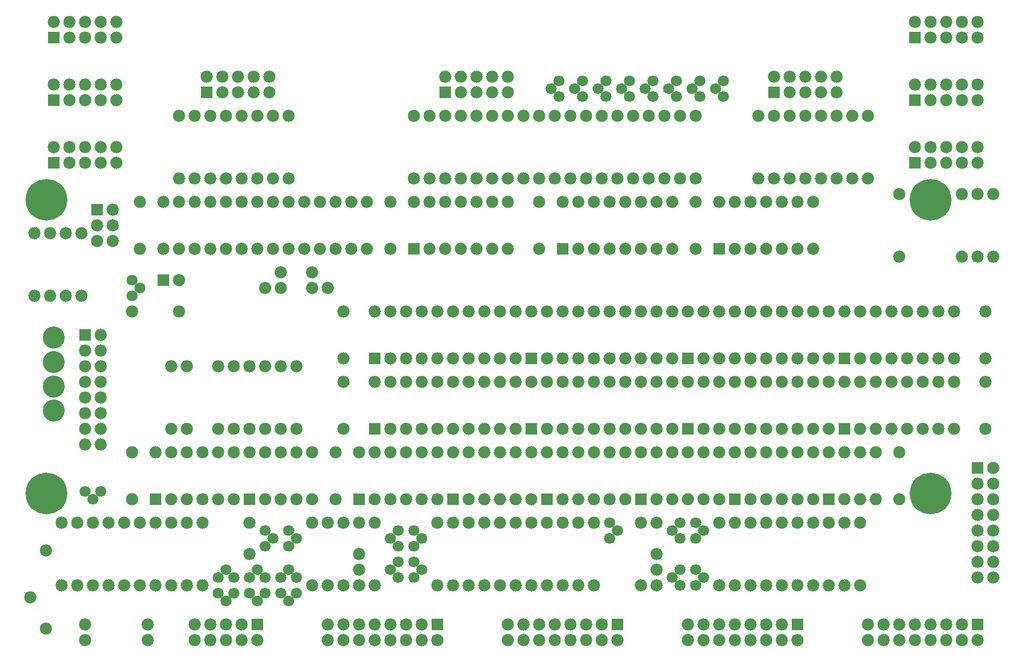
<source format=gbs>
G04 #@! TF.FileFunction,Soldermask,Bot*
%FSLAX46Y46*%
G04 Gerber Fmt 4.6, Leading zero omitted, Abs format (unit mm)*
G04 Created by KiCad (PCBNEW 4.0.5) date 03/10/17 20:55:59*
%MOMM*%
%LPD*%
G01*
G04 APERTURE LIST*
%ADD10C,0.100000*%
%ADD11C,6.750000*%
%ADD12C,1.974800*%
%ADD13R,1.974800X1.974800*%
%ADD14C,1.797000*%
%ADD15C,3.575000*%
G04 APERTURE END LIST*
D10*
D11*
X205740000Y-61912500D03*
X205740000Y-109537500D03*
X62242700Y-109537500D03*
D12*
X77470000Y-62230000D03*
X77470000Y-69850000D03*
X105410000Y-76200000D03*
X107950000Y-76200000D03*
X118110000Y-62230000D03*
X118110000Y-69850000D03*
X142240000Y-62230000D03*
X142240000Y-69850000D03*
X76200000Y-80010000D03*
X83820000Y-80010000D03*
X113030000Y-121920000D03*
X113030000Y-124460000D03*
X113030000Y-119380000D03*
X113030000Y-114300000D03*
X140970000Y-102870000D03*
X140970000Y-110490000D03*
X125730000Y-102870000D03*
X125730000Y-110490000D03*
X109220000Y-102870000D03*
X109220000Y-110490000D03*
X153670000Y-110490000D03*
X153670000Y-102870000D03*
X138430000Y-110490000D03*
X138430000Y-102870000D03*
X123190000Y-110490000D03*
X123190000Y-102870000D03*
X161290000Y-121920000D03*
X161290000Y-124460000D03*
X161290000Y-119380000D03*
X161290000Y-114300000D03*
X186690000Y-102870000D03*
X186690000Y-110490000D03*
X171450000Y-102870000D03*
X171450000Y-110490000D03*
X156210000Y-102870000D03*
X156210000Y-110490000D03*
X200660000Y-110490000D03*
X200660000Y-102870000D03*
X184150000Y-110490000D03*
X184150000Y-102870000D03*
X168910000Y-110490000D03*
X168910000Y-102870000D03*
X95250000Y-119380000D03*
X95250000Y-114300000D03*
X92710000Y-102870000D03*
X92710000Y-110490000D03*
X105410000Y-110490000D03*
X105410000Y-102870000D03*
X76200000Y-102870000D03*
X76200000Y-110490000D03*
X90170000Y-110490000D03*
X90170000Y-102870000D03*
X167640000Y-62230000D03*
X167640000Y-69850000D03*
X137160000Y-58420000D03*
X137160000Y-48260000D03*
X129540000Y-58420000D03*
X129540000Y-48260000D03*
X144780000Y-58420000D03*
X144780000Y-48260000D03*
X139700000Y-58420000D03*
X139700000Y-48260000D03*
X124460000Y-58420000D03*
X124460000Y-48260000D03*
X127000000Y-58420000D03*
X127000000Y-48260000D03*
X92710000Y-88900000D03*
X92710000Y-99060000D03*
X90170000Y-88900000D03*
X90170000Y-99060000D03*
X73025000Y-63500000D03*
D13*
X70485000Y-63500000D03*
D12*
X73025000Y-66040000D03*
X70485000Y-66040000D03*
X73025000Y-68580000D03*
X70485000Y-68580000D03*
D14*
X145415000Y-45085000D03*
X144145000Y-43815000D03*
X145415000Y-42545000D03*
X149225000Y-45085000D03*
X147955000Y-43815000D03*
X149225000Y-42545000D03*
X153035000Y-45085000D03*
X151765000Y-43815000D03*
X153035000Y-42545000D03*
X156845000Y-45085000D03*
X155575000Y-43815000D03*
X156845000Y-42545000D03*
X160655000Y-45085000D03*
X159385000Y-43815000D03*
X160655000Y-42545000D03*
X164465000Y-45085000D03*
X163195000Y-43815000D03*
X164465000Y-42545000D03*
X168275000Y-45085000D03*
X167005000Y-43815000D03*
X168275000Y-42545000D03*
X172085000Y-45085000D03*
X170815000Y-43815000D03*
X172085000Y-42545000D03*
X123190000Y-116840000D03*
X121920000Y-118110000D03*
X121920000Y-115570000D03*
X119380000Y-115570000D03*
X119380000Y-118110000D03*
X118110000Y-116840000D03*
X118110000Y-121920000D03*
X119380000Y-120650000D03*
X119380000Y-123190000D03*
X121920000Y-123190000D03*
X121920000Y-120650000D03*
X123190000Y-121920000D03*
X163830000Y-123190000D03*
X165100000Y-121920000D03*
X165100000Y-124460000D03*
X167640000Y-124460000D03*
X167640000Y-121920000D03*
X168910000Y-123190000D03*
X168910000Y-115570000D03*
X167640000Y-116840000D03*
X167640000Y-114300000D03*
X165100000Y-114300000D03*
X165100000Y-116840000D03*
X163830000Y-115570000D03*
D12*
X132080000Y-48260000D03*
X132080000Y-58420000D03*
X147320000Y-48260000D03*
X147320000Y-58420000D03*
X83820000Y-58420000D03*
X83820000Y-48260000D03*
X86360000Y-58420000D03*
X86360000Y-48260000D03*
X88900000Y-58420000D03*
X88900000Y-48260000D03*
X91440000Y-58420000D03*
X91440000Y-48260000D03*
X182880000Y-58420000D03*
X182880000Y-48260000D03*
X185420000Y-58420000D03*
X185420000Y-48260000D03*
X187960000Y-58420000D03*
X187960000Y-48260000D03*
X190500000Y-58420000D03*
X190500000Y-48260000D03*
X60325000Y-67310000D03*
X60325000Y-77470000D03*
X62865000Y-67310000D03*
X62865000Y-77470000D03*
X65405000Y-67310000D03*
X65405000Y-77470000D03*
X67945000Y-67310000D03*
X67945000Y-77470000D03*
X200660000Y-60960000D03*
X200660000Y-71120000D03*
X210820000Y-60960000D03*
X210820000Y-71120000D03*
X213360000Y-60960000D03*
X213360000Y-71120000D03*
X215900000Y-60960000D03*
X215900000Y-71120000D03*
X134620000Y-58420000D03*
X134620000Y-48260000D03*
X142240000Y-48260000D03*
X142240000Y-58420000D03*
X121920000Y-58420000D03*
X121920000Y-48260000D03*
X96520000Y-58420000D03*
X96520000Y-48260000D03*
X93980000Y-58420000D03*
X93980000Y-48260000D03*
X99060000Y-58420000D03*
X99060000Y-48260000D03*
X101600000Y-58420000D03*
X101600000Y-48260000D03*
X180340000Y-48260000D03*
X180340000Y-58420000D03*
X177800000Y-48260000D03*
X177800000Y-58420000D03*
X193040000Y-48260000D03*
X193040000Y-58420000D03*
X195580000Y-48260000D03*
X195580000Y-58420000D03*
X149860000Y-58420000D03*
X149860000Y-48260000D03*
X152400000Y-58420000D03*
X152400000Y-48260000D03*
X154940000Y-58420000D03*
X154940000Y-48260000D03*
X157480000Y-58420000D03*
X157480000Y-48260000D03*
X160020000Y-58420000D03*
X160020000Y-48260000D03*
X162560000Y-58420000D03*
X162560000Y-48260000D03*
X165100000Y-58420000D03*
X165100000Y-48260000D03*
X167640000Y-58420000D03*
X167640000Y-48260000D03*
X146050000Y-124460000D03*
X146050000Y-114300000D03*
X148590000Y-114300000D03*
X148590000Y-124460000D03*
X143510000Y-114300000D03*
X143510000Y-124460000D03*
X135890000Y-114300000D03*
X135890000Y-124460000D03*
X133350000Y-114300000D03*
X133350000Y-124460000D03*
X130810000Y-124460000D03*
X130810000Y-114300000D03*
X128270000Y-114300000D03*
X128270000Y-124460000D03*
X138430000Y-124460000D03*
X138430000Y-114300000D03*
X115570000Y-124460000D03*
X115570000Y-114300000D03*
X125730000Y-124460000D03*
X125730000Y-114300000D03*
X110490000Y-124460000D03*
X110490000Y-114300000D03*
X191770000Y-124460000D03*
X191770000Y-114300000D03*
X194310000Y-124460000D03*
X194310000Y-114300000D03*
X189230000Y-114300000D03*
X189230000Y-124460000D03*
X186690000Y-124460000D03*
X186690000Y-114300000D03*
X184150000Y-124460000D03*
X184150000Y-114300000D03*
X181610000Y-124460000D03*
X181610000Y-114300000D03*
X179070000Y-124460000D03*
X179070000Y-114300000D03*
X176530000Y-124460000D03*
X176530000Y-114300000D03*
X158750000Y-124460000D03*
X158750000Y-114300000D03*
X173990000Y-124460000D03*
X173990000Y-114300000D03*
X171450000Y-124460000D03*
X171450000Y-114300000D03*
X64770000Y-114300000D03*
X64770000Y-124460000D03*
X67310000Y-124460000D03*
X67310000Y-114300000D03*
X69850000Y-114300000D03*
X69850000Y-124460000D03*
X74930000Y-124460000D03*
X74930000Y-114300000D03*
X72390000Y-114300000D03*
X72390000Y-124460000D03*
X78740000Y-130810000D03*
X68580000Y-130810000D03*
X78740000Y-133350000D03*
X68580000Y-133350000D03*
X151130000Y-114300000D03*
X151130000Y-124460000D03*
X77470000Y-124460000D03*
X77470000Y-114300000D03*
X85090000Y-99060000D03*
X85090000Y-88900000D03*
X80010000Y-124460000D03*
X80010000Y-114300000D03*
X140970000Y-124460000D03*
X140970000Y-114300000D03*
X82550000Y-88900000D03*
X82550000Y-99060000D03*
X82550000Y-124460000D03*
X82550000Y-114300000D03*
X105410000Y-124460000D03*
X105410000Y-114300000D03*
X87630000Y-124460000D03*
X87630000Y-114300000D03*
X85090000Y-124460000D03*
X85090000Y-114300000D03*
X100330000Y-99060000D03*
X100330000Y-88900000D03*
X95250000Y-88900000D03*
X95250000Y-99060000D03*
X107950000Y-124460000D03*
X107950000Y-114300000D03*
X102870000Y-99060000D03*
X102870000Y-88900000D03*
X97790000Y-88900000D03*
X97790000Y-99060000D03*
X81280000Y-62230000D03*
X81280000Y-69850000D03*
X83820000Y-62230000D03*
X83820000Y-69850000D03*
X86360000Y-62230000D03*
X86360000Y-69850000D03*
X88900000Y-62230000D03*
X88900000Y-69850000D03*
X91440000Y-62230000D03*
X91440000Y-69850000D03*
X93980000Y-62230000D03*
X93980000Y-69850000D03*
X96520000Y-62230000D03*
X96520000Y-69850000D03*
X99060000Y-62230000D03*
X99060000Y-69850000D03*
X101600000Y-62230000D03*
X101600000Y-69850000D03*
X104140000Y-62230000D03*
X104140000Y-69850000D03*
X106680000Y-62230000D03*
X106680000Y-69850000D03*
X109220000Y-62230000D03*
X109220000Y-69850000D03*
X111760000Y-62230000D03*
X111760000Y-69850000D03*
X114300000Y-62230000D03*
X114300000Y-69850000D03*
D14*
X76200000Y-74930000D03*
X77470000Y-76200000D03*
X76200000Y-77470000D03*
D13*
X143510000Y-110490000D03*
D12*
X146050000Y-110490000D03*
X148590000Y-110490000D03*
X151130000Y-110490000D03*
X151130000Y-102870000D03*
X148590000Y-102870000D03*
X146050000Y-102870000D03*
X143510000Y-102870000D03*
D13*
X128270000Y-110490000D03*
D12*
X130810000Y-110490000D03*
X133350000Y-110490000D03*
X135890000Y-110490000D03*
X135890000Y-102870000D03*
X133350000Y-102870000D03*
X130810000Y-102870000D03*
X128270000Y-102870000D03*
D13*
X113030000Y-110490000D03*
D12*
X115570000Y-110490000D03*
X118110000Y-110490000D03*
X120650000Y-110490000D03*
X120650000Y-102870000D03*
X118110000Y-102870000D03*
X115570000Y-102870000D03*
X113030000Y-102870000D03*
D13*
X189230000Y-110490000D03*
D12*
X191770000Y-110490000D03*
X194310000Y-110490000D03*
X196850000Y-110490000D03*
X196850000Y-102870000D03*
X194310000Y-102870000D03*
X191770000Y-102870000D03*
X189230000Y-102870000D03*
D13*
X173990000Y-110490000D03*
D12*
X176530000Y-110490000D03*
X179070000Y-110490000D03*
X181610000Y-110490000D03*
X181610000Y-102870000D03*
X179070000Y-102870000D03*
X176530000Y-102870000D03*
X173990000Y-102870000D03*
D13*
X158750000Y-110490000D03*
D12*
X161290000Y-110490000D03*
X163830000Y-110490000D03*
X166370000Y-110490000D03*
X166370000Y-102870000D03*
X163830000Y-102870000D03*
X161290000Y-102870000D03*
X158750000Y-102870000D03*
D14*
X71120000Y-109220000D03*
X69850000Y-110490000D03*
X68580000Y-109220000D03*
D12*
X100330000Y-73660000D03*
X105410000Y-73660000D03*
D11*
X62242700Y-61912500D03*
D15*
X63500000Y-96113600D03*
X63500000Y-92151200D03*
X63500000Y-88188800D03*
X63500000Y-84226400D03*
D13*
X68580000Y-83820000D03*
D12*
X71120000Y-83820000D03*
X68580000Y-86360000D03*
X71120000Y-86360000D03*
X68580000Y-88900000D03*
X71120000Y-88900000D03*
X68580000Y-91440000D03*
X71120000Y-91440000D03*
X68580000Y-93980000D03*
X71120000Y-93980000D03*
X68580000Y-96520000D03*
X71120000Y-96520000D03*
X68580000Y-99060000D03*
X71120000Y-99060000D03*
X68580000Y-101600000D03*
X71120000Y-101600000D03*
X100330000Y-76200000D03*
X97790000Y-76200000D03*
X138430000Y-99060000D03*
X138430000Y-91440000D03*
X110490000Y-99060000D03*
X110490000Y-91440000D03*
X161290000Y-91440000D03*
X161290000Y-99060000D03*
X135890000Y-91440000D03*
X135890000Y-99060000D03*
X189230000Y-99060000D03*
X189230000Y-91440000D03*
X163830000Y-99060000D03*
X163830000Y-91440000D03*
X214630000Y-91440000D03*
X214630000Y-99060000D03*
X186690000Y-91440000D03*
X186690000Y-99060000D03*
X189230000Y-87630000D03*
X189230000Y-80010000D03*
X163830000Y-87630000D03*
X163830000Y-80010000D03*
X214630000Y-80010000D03*
X214630000Y-87630000D03*
X186690000Y-80010000D03*
X186690000Y-87630000D03*
X138430000Y-87630000D03*
X138430000Y-80010000D03*
X110490000Y-87630000D03*
X110490000Y-80010000D03*
X161290000Y-80010000D03*
X161290000Y-87630000D03*
X135890000Y-80010000D03*
X135890000Y-87630000D03*
D13*
X213360000Y-105410000D03*
D12*
X215900000Y-105410000D03*
X213360000Y-107950000D03*
X215900000Y-107950000D03*
X213360000Y-110490000D03*
X215900000Y-110490000D03*
X213360000Y-113030000D03*
X215900000Y-113030000D03*
X213360000Y-115570000D03*
X215900000Y-115570000D03*
X213360000Y-118110000D03*
X215900000Y-118110000D03*
X213360000Y-120650000D03*
X215900000Y-120650000D03*
X213360000Y-123190000D03*
X215900000Y-123190000D03*
D13*
X154940000Y-130810000D03*
D12*
X154940000Y-133350000D03*
X152400000Y-130810000D03*
X152400000Y-133350000D03*
X149860000Y-130810000D03*
X149860000Y-133350000D03*
X147320000Y-130810000D03*
X147320000Y-133350000D03*
X144780000Y-130810000D03*
X144780000Y-133350000D03*
X142240000Y-130810000D03*
X142240000Y-133350000D03*
X139700000Y-130810000D03*
X139700000Y-133350000D03*
X137160000Y-130810000D03*
X137160000Y-133350000D03*
D13*
X213360000Y-130810000D03*
D12*
X213360000Y-133350000D03*
X210820000Y-130810000D03*
X210820000Y-133350000D03*
X208280000Y-130810000D03*
X208280000Y-133350000D03*
X205740000Y-130810000D03*
X205740000Y-133350000D03*
X203200000Y-130810000D03*
X203200000Y-133350000D03*
X200660000Y-130810000D03*
X200660000Y-133350000D03*
X198120000Y-130810000D03*
X198120000Y-133350000D03*
X195580000Y-130810000D03*
X195580000Y-133350000D03*
D13*
X184150000Y-130810000D03*
D12*
X184150000Y-133350000D03*
X181610000Y-130810000D03*
X181610000Y-133350000D03*
X179070000Y-130810000D03*
X179070000Y-133350000D03*
X176530000Y-130810000D03*
X176530000Y-133350000D03*
X173990000Y-130810000D03*
X173990000Y-133350000D03*
X171450000Y-130810000D03*
X171450000Y-133350000D03*
X168910000Y-130810000D03*
X168910000Y-133350000D03*
X166370000Y-130810000D03*
X166370000Y-133350000D03*
D13*
X125730000Y-130810000D03*
D12*
X125730000Y-133350000D03*
X123190000Y-130810000D03*
X123190000Y-133350000D03*
X120650000Y-130810000D03*
X120650000Y-133350000D03*
X118110000Y-130810000D03*
X118110000Y-133350000D03*
X115570000Y-130810000D03*
X115570000Y-133350000D03*
X113030000Y-130810000D03*
X113030000Y-133350000D03*
X110490000Y-130810000D03*
X110490000Y-133350000D03*
X107950000Y-130810000D03*
X107950000Y-133350000D03*
D14*
X91440000Y-127000000D03*
X90170000Y-125730000D03*
X92710000Y-125730000D03*
X92710000Y-123190000D03*
X90170000Y-123190000D03*
X91440000Y-121920000D03*
X101600000Y-127000000D03*
X100330000Y-125730000D03*
X102870000Y-125730000D03*
X102870000Y-123190000D03*
X100330000Y-123190000D03*
X101600000Y-121920000D03*
X96520000Y-127000000D03*
X95250000Y-125730000D03*
X97790000Y-125730000D03*
X97790000Y-123190000D03*
X95250000Y-123190000D03*
X96520000Y-121920000D03*
D13*
X80010000Y-110490000D03*
D12*
X82550000Y-110490000D03*
X85090000Y-110490000D03*
X87630000Y-110490000D03*
X87630000Y-102870000D03*
X85090000Y-102870000D03*
X82550000Y-102870000D03*
X80010000Y-102870000D03*
D13*
X95250000Y-110490000D03*
D12*
X97790000Y-110490000D03*
X100330000Y-110490000D03*
X102870000Y-110490000D03*
X102870000Y-102870000D03*
X100330000Y-102870000D03*
X97790000Y-102870000D03*
X95250000Y-102870000D03*
D14*
X153670000Y-114300000D03*
X154940000Y-115570000D03*
X153670000Y-116840000D03*
X97790000Y-115570000D03*
X99060000Y-116840000D03*
X97790000Y-118110000D03*
X101600000Y-115570000D03*
X102870000Y-116840000D03*
X101600000Y-118110000D03*
D12*
X83820000Y-74930000D03*
D13*
X81280000Y-74930000D03*
D12*
X140970000Y-80010000D03*
D13*
X140970000Y-87630000D03*
D12*
X143510000Y-80010000D03*
X143510000Y-87630000D03*
X146050000Y-80010000D03*
X146050000Y-87630000D03*
X148590000Y-80010000D03*
X148590000Y-87630000D03*
X151130000Y-80010000D03*
X151130000Y-87630000D03*
X153670000Y-80010000D03*
X153670000Y-87630000D03*
X156210000Y-80010000D03*
X156210000Y-87630000D03*
X158750000Y-80010000D03*
X158750000Y-87630000D03*
X146050000Y-62230000D03*
D13*
X146050000Y-69850000D03*
D12*
X148590000Y-62230000D03*
X148590000Y-69850000D03*
X151130000Y-62230000D03*
X151130000Y-69850000D03*
X153670000Y-62230000D03*
X153670000Y-69850000D03*
X156210000Y-62230000D03*
X156210000Y-69850000D03*
X158750000Y-62230000D03*
X158750000Y-69850000D03*
X161290000Y-62230000D03*
X161290000Y-69850000D03*
X163830000Y-62230000D03*
X163830000Y-69850000D03*
X115570000Y-91440000D03*
D13*
X115570000Y-99060000D03*
D12*
X118110000Y-91440000D03*
X118110000Y-99060000D03*
X120650000Y-91440000D03*
X120650000Y-99060000D03*
X123190000Y-91440000D03*
X123190000Y-99060000D03*
X125730000Y-91440000D03*
X125730000Y-99060000D03*
X128270000Y-91440000D03*
X128270000Y-99060000D03*
X130810000Y-91440000D03*
X130810000Y-99060000D03*
X133350000Y-91440000D03*
X133350000Y-99060000D03*
X191770000Y-80010000D03*
D13*
X191770000Y-87630000D03*
D12*
X194310000Y-80010000D03*
X194310000Y-87630000D03*
X196850000Y-80010000D03*
X196850000Y-87630000D03*
X199390000Y-80010000D03*
X199390000Y-87630000D03*
X201930000Y-80010000D03*
X201930000Y-87630000D03*
X204470000Y-80010000D03*
X204470000Y-87630000D03*
X207010000Y-80010000D03*
X207010000Y-87630000D03*
X209550000Y-80010000D03*
X209550000Y-87630000D03*
X166370000Y-80010000D03*
D13*
X166370000Y-87630000D03*
D12*
X168910000Y-80010000D03*
X168910000Y-87630000D03*
X171450000Y-80010000D03*
X171450000Y-87630000D03*
X173990000Y-80010000D03*
X173990000Y-87630000D03*
X176530000Y-80010000D03*
X176530000Y-87630000D03*
X179070000Y-80010000D03*
X179070000Y-87630000D03*
X181610000Y-80010000D03*
X181610000Y-87630000D03*
X184150000Y-80010000D03*
X184150000Y-87630000D03*
X115570000Y-80010000D03*
D13*
X115570000Y-87630000D03*
D12*
X118110000Y-80010000D03*
X118110000Y-87630000D03*
X120650000Y-80010000D03*
X120650000Y-87630000D03*
X123190000Y-80010000D03*
X123190000Y-87630000D03*
X125730000Y-80010000D03*
X125730000Y-87630000D03*
X128270000Y-80010000D03*
X128270000Y-87630000D03*
X130810000Y-80010000D03*
X130810000Y-87630000D03*
X133350000Y-80010000D03*
X133350000Y-87630000D03*
X166370000Y-91440000D03*
D13*
X166370000Y-99060000D03*
D12*
X168910000Y-91440000D03*
X168910000Y-99060000D03*
X171450000Y-91440000D03*
X171450000Y-99060000D03*
X173990000Y-91440000D03*
X173990000Y-99060000D03*
X176530000Y-91440000D03*
X176530000Y-99060000D03*
X179070000Y-91440000D03*
X179070000Y-99060000D03*
X181610000Y-91440000D03*
X181610000Y-99060000D03*
X184150000Y-91440000D03*
X184150000Y-99060000D03*
X140970000Y-91440000D03*
D13*
X140970000Y-99060000D03*
D12*
X143510000Y-91440000D03*
X143510000Y-99060000D03*
X146050000Y-91440000D03*
X146050000Y-99060000D03*
X148590000Y-91440000D03*
X148590000Y-99060000D03*
X151130000Y-91440000D03*
X151130000Y-99060000D03*
X153670000Y-91440000D03*
X153670000Y-99060000D03*
X156210000Y-91440000D03*
X156210000Y-99060000D03*
X158750000Y-91440000D03*
X158750000Y-99060000D03*
X191770000Y-91440000D03*
D13*
X191770000Y-99060000D03*
D12*
X194310000Y-91440000D03*
X194310000Y-99060000D03*
X196850000Y-91440000D03*
X196850000Y-99060000D03*
X199390000Y-91440000D03*
X199390000Y-99060000D03*
X201930000Y-91440000D03*
X201930000Y-99060000D03*
X204470000Y-91440000D03*
X204470000Y-99060000D03*
X207010000Y-91440000D03*
X207010000Y-99060000D03*
X209550000Y-91440000D03*
X209550000Y-99060000D03*
X121920000Y-62230000D03*
D13*
X121920000Y-69850000D03*
D12*
X124460000Y-62230000D03*
X124460000Y-69850000D03*
X127000000Y-62230000D03*
X127000000Y-69850000D03*
X129540000Y-62230000D03*
X129540000Y-69850000D03*
X132080000Y-62230000D03*
X132080000Y-69850000D03*
X134620000Y-62230000D03*
X134620000Y-69850000D03*
X137160000Y-62230000D03*
X137160000Y-69850000D03*
X171450000Y-62230000D03*
D13*
X171450000Y-69850000D03*
D12*
X173990000Y-62230000D03*
X173990000Y-69850000D03*
X176530000Y-62230000D03*
X176530000Y-69850000D03*
X179070000Y-62230000D03*
X179070000Y-69850000D03*
X181610000Y-62230000D03*
X181610000Y-69850000D03*
X184150000Y-62230000D03*
X184150000Y-69850000D03*
X186690000Y-62230000D03*
X186690000Y-69850000D03*
D13*
X96520000Y-130810000D03*
D12*
X96520000Y-133350000D03*
X93980000Y-130810000D03*
X93980000Y-133350000D03*
X91440000Y-130810000D03*
X91440000Y-133350000D03*
X88900000Y-130810000D03*
X88900000Y-133350000D03*
X86360000Y-130810000D03*
X86360000Y-133350000D03*
D13*
X127000000Y-44450000D03*
D12*
X127000000Y-41910000D03*
X129540000Y-44450000D03*
X129540000Y-41910000D03*
X132080000Y-44450000D03*
X132080000Y-41910000D03*
X134620000Y-44450000D03*
X134620000Y-41910000D03*
X137160000Y-44450000D03*
X137160000Y-41910000D03*
D13*
X180340000Y-44450000D03*
D12*
X180340000Y-41910000D03*
X182880000Y-44450000D03*
X182880000Y-41910000D03*
X185420000Y-44450000D03*
X185420000Y-41910000D03*
X187960000Y-44450000D03*
X187960000Y-41910000D03*
X190500000Y-44450000D03*
X190500000Y-41910000D03*
D13*
X88265000Y-44450000D03*
D12*
X88265000Y-41910000D03*
X90805000Y-44450000D03*
X90805000Y-41910000D03*
X93345000Y-44450000D03*
X93345000Y-41910000D03*
X95885000Y-44450000D03*
X95885000Y-41910000D03*
X98425000Y-44450000D03*
X98425000Y-41910000D03*
D13*
X203200000Y-35560000D03*
D12*
X203200000Y-33020000D03*
X205740000Y-35560000D03*
X205740000Y-33020000D03*
X208280000Y-35560000D03*
X208280000Y-33020000D03*
X210820000Y-35560000D03*
X210820000Y-33020000D03*
X213360000Y-35560000D03*
X213360000Y-33020000D03*
D13*
X63500000Y-35560000D03*
D12*
X63500000Y-33020000D03*
X66040000Y-35560000D03*
X66040000Y-33020000D03*
X68580000Y-35560000D03*
X68580000Y-33020000D03*
X71120000Y-35560000D03*
X71120000Y-33020000D03*
X73660000Y-35560000D03*
X73660000Y-33020000D03*
D13*
X203200000Y-55880000D03*
D12*
X203200000Y-53340000D03*
X205740000Y-55880000D03*
X205740000Y-53340000D03*
X208280000Y-55880000D03*
X208280000Y-53340000D03*
X210820000Y-55880000D03*
X210820000Y-53340000D03*
X213360000Y-55880000D03*
X213360000Y-53340000D03*
D13*
X63500000Y-55880000D03*
D12*
X63500000Y-53340000D03*
X66040000Y-55880000D03*
X66040000Y-53340000D03*
X68580000Y-55880000D03*
X68580000Y-53340000D03*
X71120000Y-55880000D03*
X71120000Y-53340000D03*
X73660000Y-55880000D03*
X73660000Y-53340000D03*
D13*
X203200000Y-45720000D03*
D12*
X203200000Y-43180000D03*
X205740000Y-45720000D03*
X205740000Y-43180000D03*
X208280000Y-45720000D03*
X208280000Y-43180000D03*
X210820000Y-45720000D03*
X210820000Y-43180000D03*
X213360000Y-45720000D03*
X213360000Y-43180000D03*
D13*
X63500000Y-45720000D03*
D12*
X63500000Y-43180000D03*
X66040000Y-45720000D03*
X66040000Y-43180000D03*
X68580000Y-45720000D03*
X68580000Y-43180000D03*
X71120000Y-45720000D03*
X71120000Y-43180000D03*
X73660000Y-45720000D03*
X73660000Y-43180000D03*
X62230000Y-131445000D03*
X59690000Y-126365000D03*
X62230000Y-118745000D03*
M02*

</source>
